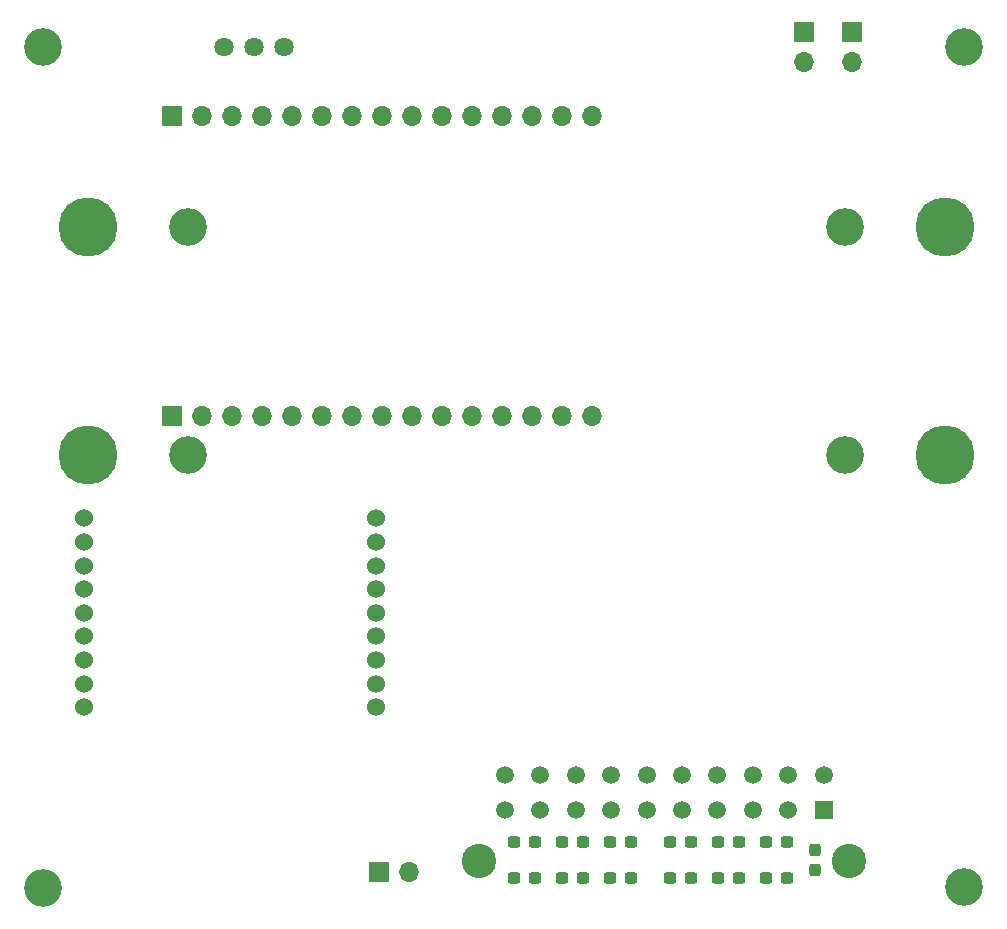
<source format=gbr>
%TF.GenerationSoftware,KiCad,Pcbnew,(6.0.6)*%
%TF.CreationDate,2022-08-03T15:13:17+02:00*%
%TF.ProjectId,PCAP04_Interface,50434150-3034-45f4-996e-746572666163,rev?*%
%TF.SameCoordinates,Original*%
%TF.FileFunction,Soldermask,Bot*%
%TF.FilePolarity,Negative*%
%FSLAX46Y46*%
G04 Gerber Fmt 4.6, Leading zero omitted, Abs format (unit mm)*
G04 Created by KiCad (PCBNEW (6.0.6)) date 2022-08-03 15:13:17*
%MOMM*%
%LPD*%
G01*
G04 APERTURE LIST*
G04 Aperture macros list*
%AMRoundRect*
0 Rectangle with rounded corners*
0 $1 Rounding radius*
0 $2 $3 $4 $5 $6 $7 $8 $9 X,Y pos of 4 corners*
0 Add a 4 corners polygon primitive as box body*
4,1,4,$2,$3,$4,$5,$6,$7,$8,$9,$2,$3,0*
0 Add four circle primitives for the rounded corners*
1,1,$1+$1,$2,$3*
1,1,$1+$1,$4,$5*
1,1,$1+$1,$6,$7*
1,1,$1+$1,$8,$9*
0 Add four rect primitives between the rounded corners*
20,1,$1+$1,$2,$3,$4,$5,0*
20,1,$1+$1,$4,$5,$6,$7,0*
20,1,$1+$1,$6,$7,$8,$9,0*
20,1,$1+$1,$8,$9,$2,$3,0*%
G04 Aperture macros list end*
%ADD10RoundRect,0.237500X0.300000X0.237500X-0.300000X0.237500X-0.300000X-0.237500X0.300000X-0.237500X0*%
%ADD11RoundRect,0.237500X0.237500X-0.300000X0.237500X0.300000X-0.237500X0.300000X-0.237500X-0.300000X0*%
%ADD12RoundRect,0.237500X-0.300000X-0.237500X0.300000X-0.237500X0.300000X0.237500X-0.300000X0.237500X0*%
%ADD13C,2.910000*%
%ADD14C,1.520000*%
%ADD15R,1.520000X1.520000*%
%ADD16C,3.200000*%
%ADD17R,1.700000X1.700000*%
%ADD18O,1.700000X1.700000*%
%ADD19C,1.524000*%
%ADD20C,1.635000*%
%ADD21C,5.000000*%
G04 APERTURE END LIST*
D10*
%TO.C,C29*%
X160681500Y-140970000D03*
X162406500Y-140970000D03*
%TD*%
%TO.C,C28*%
X166470500Y-144018000D03*
X164745500Y-144018000D03*
%TD*%
%TO.C,C27*%
X162406500Y-144018000D03*
X160681500Y-144018000D03*
%TD*%
D11*
%TO.C,C26*%
X168910000Y-143356500D03*
X168910000Y-141631500D03*
%TD*%
D10*
%TO.C,C25*%
X164745500Y-140970000D03*
X166470500Y-140970000D03*
%TD*%
D12*
%TO.C,C24*%
X151537500Y-144018000D03*
X153262500Y-144018000D03*
%TD*%
D10*
%TO.C,C23*%
X158342500Y-144018000D03*
X156617500Y-144018000D03*
%TD*%
%TO.C,C21*%
X156617500Y-140970000D03*
X158342500Y-140970000D03*
%TD*%
D12*
%TO.C,C20*%
X151537500Y-140970000D03*
X153262500Y-140970000D03*
%TD*%
%TO.C,C19*%
X143409500Y-144018000D03*
X145134500Y-144018000D03*
%TD*%
%TO.C,C18*%
X147473500Y-144018000D03*
X149198500Y-144018000D03*
%TD*%
%TO.C,C16*%
X147473500Y-140970000D03*
X149198500Y-140970000D03*
%TD*%
%TO.C,C15*%
X143409500Y-140970000D03*
X145134500Y-140970000D03*
%TD*%
D13*
%TO.C,J2*%
X140464045Y-142601795D03*
X171764045Y-142601795D03*
D14*
X142614045Y-135281795D03*
X145614045Y-135281795D03*
X148614045Y-135281795D03*
X151614045Y-135281795D03*
X154614045Y-135281795D03*
X157614045Y-135281795D03*
X160614045Y-135281795D03*
X163614045Y-135281795D03*
X166614045Y-135281795D03*
X169614045Y-135281795D03*
X142614045Y-138281795D03*
X145614045Y-138281795D03*
X148614045Y-138281795D03*
X151614045Y-138281795D03*
X154614045Y-138281795D03*
X157614045Y-138281795D03*
X160614045Y-138281795D03*
X163614045Y-138281795D03*
X166614045Y-138281795D03*
D15*
X169614045Y-138281795D03*
%TD*%
D16*
%TO.C,H2*%
X181483000Y-73660000D03*
%TD*%
D17*
%TO.C,R2*%
X171983000Y-72410000D03*
D18*
X171983000Y-74950000D03*
%TD*%
D19*
%TO.C,U1*%
X131749195Y-129585695D03*
X131749195Y-127585695D03*
X131749195Y-125585695D03*
X131749195Y-123585695D03*
X131749195Y-121585695D03*
X131749195Y-119585695D03*
X131749195Y-117585695D03*
X131749195Y-115585695D03*
X131749195Y-113585695D03*
X106949195Y-129585695D03*
X106949195Y-127585695D03*
X106949195Y-125585695D03*
X106949195Y-123585695D03*
X106949195Y-121585695D03*
X106949195Y-119585695D03*
X106949195Y-117585695D03*
X106949195Y-115585695D03*
X106949195Y-113585695D03*
%TD*%
D17*
%TO.C,J4*%
X131953000Y-143510000D03*
D18*
X134493000Y-143510000D03*
%TD*%
D16*
%TO.C,H4*%
X181483000Y-144780000D03*
%TD*%
%TO.C,H3*%
X103505000Y-144881600D03*
%TD*%
D17*
%TO.C,U2*%
X114450695Y-79509695D03*
D18*
X116990695Y-79509695D03*
X119530695Y-79509695D03*
X122070695Y-79509695D03*
X124610695Y-79509695D03*
X127150695Y-79509695D03*
X129690695Y-79509695D03*
X132230695Y-79509695D03*
X134770695Y-79509695D03*
X137310695Y-79509695D03*
X139850695Y-79509695D03*
X142390695Y-79509695D03*
X144930695Y-79509695D03*
X147470695Y-79509695D03*
X150010695Y-79509695D03*
D17*
X114450695Y-104909695D03*
D18*
X116990695Y-104909695D03*
X119530695Y-104909695D03*
X122070695Y-104909695D03*
X124610695Y-104909695D03*
X127150695Y-104909695D03*
X129690695Y-104909695D03*
X132230695Y-104909695D03*
X134770695Y-104909695D03*
X137310695Y-104909695D03*
X139850695Y-104909695D03*
X142390695Y-104909695D03*
X144930695Y-104909695D03*
X147470695Y-104909695D03*
X150010695Y-104909695D03*
%TD*%
D17*
%TO.C,R3*%
X167919000Y-72410000D03*
D18*
X167919000Y-74950000D03*
%TD*%
D20*
%TO.C,S1*%
X123952000Y-73660000D03*
X121412000Y-73660000D03*
X118872000Y-73660000D03*
%TD*%
D16*
%TO.C,H1*%
X103505000Y-73660000D03*
%TD*%
%TO.C,J1*%
X115789195Y-108202000D03*
X171409195Y-108202000D03*
X115789195Y-88902000D03*
X171409195Y-88902000D03*
D21*
X107349195Y-88902000D03*
X179849195Y-88902000D03*
X107349195Y-108202000D03*
X179849195Y-108202000D03*
%TD*%
M02*

</source>
